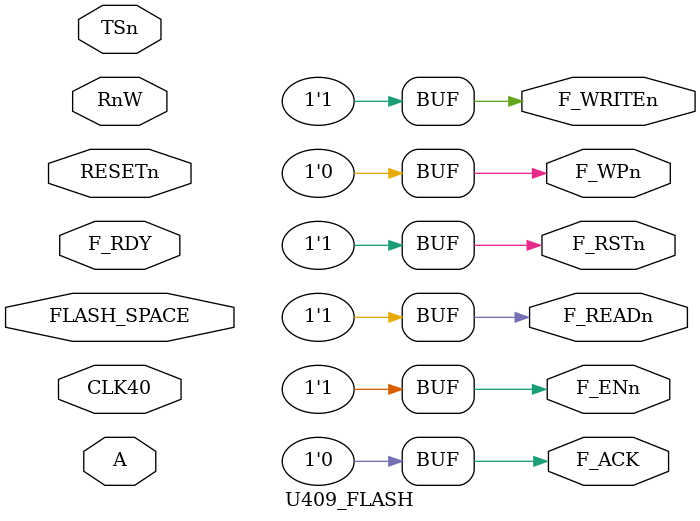
<source format=v>
/*
LICENSE:

This work is released under the Creative Commons Attribution-NonCommercial 4.0 International
https://creativecommons.org/licenses/by-nc/4.0/

You are free to:
Share — copy and redistribute the material in any medium or format
Adapt — remix, transform, and build upon the material
The licensor cannot revoke these freedoms as long as you follow the license terms.

Under the following terms:
Attribution — You must give appropriate credit , provide a link to the license, and indicate if changes were made . You may do so in any reasonable manner, but not in any way that suggests the licensor endorses you or your use.
NonCommercial — You may not use the material for commercial purposes .
No additional restrictions — You may not apply legal terms or technological measures that legally restrict others from doing anything the license permits.

RTL MODULE:

Engineer: Jason Neus
Design Name: U409
Module Name: U409_FLASH
Project Name: AmigaPCI
Target Devices: iCE40-HX4K-TQ144

Description: Flash Control

Revision History:
    01-JUL-2025 : INITIAL REV 6.0 CODE

GitHub: https://github.com/jasonsbeer/AmigaPCI
*/

module U409_FLASH
(

    input CLK40, RESETn, TSn, RnW,
    input FLASH_SPACE, F_RDY,
    input [23:1] A,

    output F_ENn, F_WPn, F_READn, F_WRITEn, F_RSTn, F_ACK

);

//For now...

assign F_ENn = 1;
assign F_WPn = 0;
assign F_READn = 1;
assign F_WRITEn = 1;
assign F_RSTn = 1;
assign F_ACK = 0;

endmodule

</source>
